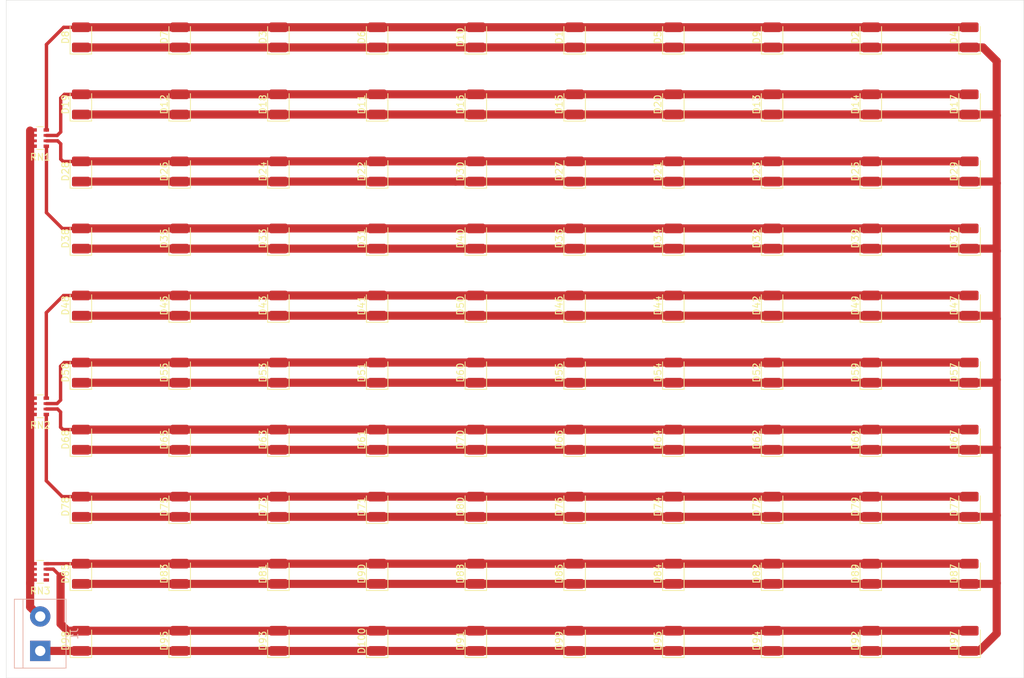
<source format=kicad_pcb>
(kicad_pcb (version 20171130) (host pcbnew "(5.1.2-1)-1")
  (layers (0 F.Cu signal) (31 B.Cu signal) (34 B.Paste user) (35 F.Paste user) (36 B.SilkS user) (37 F.SilkS user) (38 B.Mask user) (39 F.Mask user) (44 Edge.Cuts user))
  (net 0 "")
  (net 1 "Net-(D1-Pad2)")
  (net 2 GND)
  (net 3 "Net-(D11-Pad2)")
  (net 4 "Net-(D21-Pad2)")
  (net 5 "Net-(D31-Pad2)")
  (net 6 "Net-(D41-Pad2)")
  (net 7 "Net-(D51-Pad2)")
  (net 8 "Net-(D61-Pad2)")
  (net 9 "Net-(D71-Pad2)")
  (net 10 "Net-(D81-Pad2)")
  (net 11 "Net-(D100-Pad2)")
  (net 12 VCC)
  (net 13 "Net-(RN3-Pad2)")
  (net 14 "Net-(RN3-Pad1)")
  (module Resistor_SMD:R_Array_Convex_4x0603 (layer F.Cu) (at 95 134.333328 180)
    (fp_text reference RN3 (at 0 -2.8) (layer F.SilkS))
    (fp_text value 100R)
    (pad 5 smd rect (at 0.9 1.2 180) (size 0.8 0.5) (layers F.Cu F.Paste F.Mask) (net 12 VCC))
    (pad 6 smd rect (at 0.9 0.4 180) (size 0.8 0.4) (layers F.Cu F.Paste F.Mask) (net 12 VCC))
    (pad 8 smd rect (at 0.9 -1.2 180) (size 0.8 0.5) (layers F.Cu F.Paste F.Mask) (net 12 VCC))
    (pad 7 smd rect (at 0.9 -0.4 180) (size 0.8 0.4) (layers F.Cu F.Paste F.Mask) (net 12 VCC))
    (pad 4 smd rect (at -0.9 1.2 180) (size 0.8 0.5) (layers F.Cu F.Paste F.Mask) (net 10 "Net-(D81-Pad2)"))
    (pad 2 smd rect (at -0.9 -0.4 180) (size 0.8 0.4) (layers F.Cu F.Paste F.Mask) (net 13 "Net-(RN3-Pad2)"))
    (pad 3 smd rect (at -0.9 0.4 180) (size 0.8 0.4) (layers F.Cu F.Paste F.Mask) (net 11 "Net-(D100-Pad2)"))
    (pad 1 smd rect (at -0.9 -1.2 180) (size 0.8 0.5) (layers F.Cu F.Paste F.Mask) (net 14 "Net-(RN3-Pad1)"))
  )
  (module Resistor_SMD:R_Array_Convex_4x0603 (layer F.Cu) (at 95 109.914163 180)
    (fp_text reference RN2 (at 0 -2.8) (layer F.SilkS))
    (fp_text value 100R)
    (pad 5 smd rect (at 0.9 1.2 180) (size 0.8 0.5) (layers F.Cu F.Paste F.Mask) (net 12 VCC))
    (pad 6 smd rect (at 0.9 0.4 180) (size 0.8 0.4) (layers F.Cu F.Paste F.Mask) (net 12 VCC))
    (pad 8 smd rect (at 0.9 -1.2 180) (size 0.8 0.5) (layers F.Cu F.Paste F.Mask) (net 12 VCC))
    (pad 7 smd rect (at 0.9 -0.4 180) (size 0.8 0.4) (layers F.Cu F.Paste F.Mask) (net 12 VCC))
    (pad 4 smd rect (at -0.9 1.2 180) (size 0.8 0.5) (layers F.Cu F.Paste F.Mask) (net 6 "Net-(D41-Pad2)"))
    (pad 2 smd rect (at -0.9 -0.4 180) (size 0.8 0.4) (layers F.Cu F.Paste F.Mask) (net 8 "Net-(D61-Pad2)"))
    (pad 3 smd rect (at -0.9 0.4 180) (size 0.8 0.4) (layers F.Cu F.Paste F.Mask) (net 7 "Net-(D51-Pad2)"))
    (pad 1 smd rect (at -0.9 -1.2 180) (size 0.8 0.5) (layers F.Cu F.Paste F.Mask) (net 9 "Net-(D71-Pad2)"))
  )
  (module Resistor_SMD:R_Array_Convex_4x0603 (layer F.Cu) (at 95 70.347499 180)
    (fp_text reference RN1 (at 0 -2.8) (layer F.SilkS))
    (fp_text value 100R)
    (pad 5 smd rect (at 0.9 1.2 180) (size 0.8 0.5) (layers F.Cu F.Paste F.Mask) (net 12 VCC))
    (pad 6 smd rect (at 0.9 0.4 180) (size 0.8 0.4) (layers F.Cu F.Paste F.Mask) (net 12 VCC))
    (pad 8 smd rect (at 0.9 -1.2 180) (size 0.8 0.5) (layers F.Cu F.Paste F.Mask) (net 12 VCC))
    (pad 7 smd rect (at 0.9 -0.4 180) (size 0.8 0.4) (layers F.Cu F.Paste F.Mask) (net 12 VCC))
    (pad 4 smd rect (at -0.9 1.2 180) (size 0.8 0.5) (layers F.Cu F.Paste F.Mask) (net 1 "Net-(D1-Pad2)"))
    (pad 2 smd rect (at -0.9 -0.4 180) (size 0.8 0.4) (layers F.Cu F.Paste F.Mask) (net 4 "Net-(D21-Pad2)"))
    (pad 3 smd rect (at -0.9 0.4 180) (size 0.8 0.4) (layers F.Cu F.Paste F.Mask) (net 3 "Net-(D11-Pad2)"))
    (pad 1 smd rect (at -0.9 -1.2 180) (size 0.8 0.5) (layers F.Cu F.Paste F.Mask) (net 5 "Net-(D31-Pad2)"))
  )
  (module TerminalBlock:TerminalBlock_bornier-2_P5.08mm (layer B.Cu) (at 95 146 90)
    (fp_text reference J1 (at 2.54 5.08 270) (layer B.SilkS) (effects (justify mirror)))
    (fp_text value PWR)
    (pad 2 thru_hole circle (at 5.08 0 90) (size 3 3) (drill 1.52) (layers *.Cu *.Mask) (net 12 VCC))
    (pad 1 thru_hole rect (at 0 0 90) (size 3 3) (drill 1.52) (layers *.Cu *.Mask) (net 2 GND))
  )
  (module LED_SMD:LED_1210_3225Metric_Pad1.42x2.65mm_HandSolder (layer F.Cu) (at 144.666665 144.5125 90)
    (fp_text reference D100 (at 0 -2.28 90) (layer F.SilkS))
    (fp_text value LED)
    (pad 2 smd roundrect (at 1.4875 0 90) (size 1.425 2.65) (layers F.Cu F.Paste F.Mask) (roundrect_rratio 0.175439) (net 11 "Net-(D100-Pad2)"))
    (pad 1 smd roundrect (at -1.4875 0 90) (size 1.425 2.65) (layers F.Cu F.Paste F.Mask) (roundrect_rratio 0.175439) (net 2 GND))
  )
  (module LED_SMD:LED_1210_3225Metric_Pad1.42x2.65mm_HandSolder (layer F.Cu) (at 173.777775 144.5125 90)
    (fp_text reference D99 (at 0 -2.28 90) (layer F.SilkS))
    (fp_text value LED)
    (pad 2 smd roundrect (at 1.4875 0 90) (size 1.425 2.65) (layers F.Cu F.Paste F.Mask) (roundrect_rratio 0.175439) (net 11 "Net-(D100-Pad2)"))
    (pad 1 smd roundrect (at -1.4875 0 90) (size 1.425 2.65) (layers F.Cu F.Paste F.Mask) (roundrect_rratio 0.175439) (net 2 GND))
  )
  (module LED_SMD:LED_1210_3225Metric_Pad1.42x2.65mm_HandSolder (layer F.Cu) (at 101 144.5125 90)
    (fp_text reference D98 (at 0 -2.28 90) (layer F.SilkS))
    (fp_text value LED)
    (pad 2 smd roundrect (at 1.4875 0 90) (size 1.425 2.65) (layers F.Cu F.Paste F.Mask) (roundrect_rratio 0.175439) (net 11 "Net-(D100-Pad2)"))
    (pad 1 smd roundrect (at -1.4875 0 90) (size 1.425 2.65) (layers F.Cu F.Paste F.Mask) (roundrect_rratio 0.175439) (net 2 GND))
  )
  (module LED_SMD:LED_1210_3225Metric_Pad1.42x2.65mm_HandSolder (layer F.Cu) (at 232 144.5125 90)
    (fp_text reference D97 (at 0 -2.28 90) (layer F.SilkS))
    (fp_text value LED)
    (pad 2 smd roundrect (at 1.4875 0 90) (size 1.425 2.65) (layers F.Cu F.Paste F.Mask) (roundrect_rratio 0.175439) (net 11 "Net-(D100-Pad2)"))
    (pad 1 smd roundrect (at -1.4875 0 90) (size 1.425 2.65) (layers F.Cu F.Paste F.Mask) (roundrect_rratio 0.175439) (net 2 GND))
  )
  (module LED_SMD:LED_1210_3225Metric_Pad1.42x2.65mm_HandSolder (layer F.Cu) (at 188.33333 144.5125 90)
    (fp_text reference D96 (at 0 -2.28 90) (layer F.SilkS))
    (fp_text value LED)
    (pad 2 smd roundrect (at 1.4875 0 90) (size 1.425 2.65) (layers F.Cu F.Paste F.Mask) (roundrect_rratio 0.175439) (net 11 "Net-(D100-Pad2)"))
    (pad 1 smd roundrect (at -1.4875 0 90) (size 1.425 2.65) (layers F.Cu F.Paste F.Mask) (roundrect_rratio 0.175439) (net 2 GND))
  )
  (module LED_SMD:LED_1210_3225Metric_Pad1.42x2.65mm_HandSolder (layer F.Cu) (at 115.555555 144.5125 90)
    (fp_text reference D95 (at 0 -2.28 90) (layer F.SilkS))
    (fp_text value LED)
    (pad 2 smd roundrect (at 1.4875 0 90) (size 1.425 2.65) (layers F.Cu F.Paste F.Mask) (roundrect_rratio 0.175439) (net 11 "Net-(D100-Pad2)"))
    (pad 1 smd roundrect (at -1.4875 0 90) (size 1.425 2.65) (layers F.Cu F.Paste F.Mask) (roundrect_rratio 0.175439) (net 2 GND))
  )
  (module LED_SMD:LED_1210_3225Metric_Pad1.42x2.65mm_HandSolder (layer F.Cu) (at 202.888885 144.5125 90)
    (fp_text reference D94 (at 0 -2.28 90) (layer F.SilkS))
    (fp_text value LED)
    (pad 2 smd roundrect (at 1.4875 0 90) (size 1.425 2.65) (layers F.Cu F.Paste F.Mask) (roundrect_rratio 0.175439) (net 11 "Net-(D100-Pad2)"))
    (pad 1 smd roundrect (at -1.4875 0 90) (size 1.425 2.65) (layers F.Cu F.Paste F.Mask) (roundrect_rratio 0.175439) (net 2 GND))
  )
  (module LED_SMD:LED_1210_3225Metric_Pad1.42x2.65mm_HandSolder (layer F.Cu) (at 130.11111 144.5125 90)
    (fp_text reference D93 (at 0 -2.28 90) (layer F.SilkS))
    (fp_text value LED)
    (pad 2 smd roundrect (at 1.4875 0 90) (size 1.425 2.65) (layers F.Cu F.Paste F.Mask) (roundrect_rratio 0.175439) (net 11 "Net-(D100-Pad2)"))
    (pad 1 smd roundrect (at -1.4875 0 90) (size 1.425 2.65) (layers F.Cu F.Paste F.Mask) (roundrect_rratio 0.175439) (net 2 GND))
  )
  (module LED_SMD:LED_1210_3225Metric_Pad1.42x2.65mm_HandSolder (layer F.Cu) (at 217.44444 144.5125 90)
    (fp_text reference D92 (at 0 -2.28 90) (layer F.SilkS))
    (fp_text value LED)
    (pad 2 smd roundrect (at 1.4875 0 90) (size 1.425 2.65) (layers F.Cu F.Paste F.Mask) (roundrect_rratio 0.175439) (net 11 "Net-(D100-Pad2)"))
    (pad 1 smd roundrect (at -1.4875 0 90) (size 1.425 2.65) (layers F.Cu F.Paste F.Mask) (roundrect_rratio 0.175439) (net 2 GND))
  )
  (module LED_SMD:LED_1210_3225Metric_Pad1.42x2.65mm_HandSolder (layer F.Cu) (at 159.22222 144.5125 90)
    (fp_text reference D91 (at 0 -2.28 90) (layer F.SilkS))
    (fp_text value LED)
    (pad 2 smd roundrect (at 1.4875 0 90) (size 1.425 2.65) (layers F.Cu F.Paste F.Mask) (roundrect_rratio 0.175439) (net 11 "Net-(D100-Pad2)"))
    (pad 1 smd roundrect (at -1.4875 0 90) (size 1.425 2.65) (layers F.Cu F.Paste F.Mask) (roundrect_rratio 0.175439) (net 2 GND))
  )
  (module LED_SMD:LED_1210_3225Metric_Pad1.42x2.65mm_HandSolder (layer F.Cu) (at 144.666665 134.620828 90)
    (fp_text reference D90 (at 0 -2.28 90) (layer F.SilkS))
    (fp_text value LED)
    (pad 2 smd roundrect (at 1.4875 0 90) (size 1.425 2.65) (layers F.Cu F.Paste F.Mask) (roundrect_rratio 0.175439) (net 10 "Net-(D81-Pad2)"))
    (pad 1 smd roundrect (at -1.4875 0 90) (size 1.425 2.65) (layers F.Cu F.Paste F.Mask) (roundrect_rratio 0.175439) (net 2 GND))
  )
  (module LED_SMD:LED_1210_3225Metric_Pad1.42x2.65mm_HandSolder (layer F.Cu) (at 217.44444 134.620828 90)
    (fp_text reference D89 (at 0 -2.28 90) (layer F.SilkS))
    (fp_text value LED)
    (pad 2 smd roundrect (at 1.4875 0 90) (size 1.425 2.65) (layers F.Cu F.Paste F.Mask) (roundrect_rratio 0.175439) (net 10 "Net-(D81-Pad2)"))
    (pad 1 smd roundrect (at -1.4875 0 90) (size 1.425 2.65) (layers F.Cu F.Paste F.Mask) (roundrect_rratio 0.175439) (net 2 GND))
  )
  (module LED_SMD:LED_1210_3225Metric_Pad1.42x2.65mm_HandSolder (layer F.Cu) (at 159.22222 134.620828 90)
    (fp_text reference D88 (at 0 -2.28 90) (layer F.SilkS))
    (fp_text value LED)
    (pad 2 smd roundrect (at 1.4875 0 90) (size 1.425 2.65) (layers F.Cu F.Paste F.Mask) (roundrect_rratio 0.175439) (net 10 "Net-(D81-Pad2)"))
    (pad 1 smd roundrect (at -1.4875 0 90) (size 1.425 2.65) (layers F.Cu F.Paste F.Mask) (roundrect_rratio 0.175439) (net 2 GND))
  )
  (module LED_SMD:LED_1210_3225Metric_Pad1.42x2.65mm_HandSolder (layer F.Cu) (at 232 134.620828 90)
    (fp_text reference D87 (at 0 -2.28 90) (layer F.SilkS))
    (fp_text value LED)
    (pad 2 smd roundrect (at 1.4875 0 90) (size 1.425 2.65) (layers F.Cu F.Paste F.Mask) (roundrect_rratio 0.175439) (net 10 "Net-(D81-Pad2)"))
    (pad 1 smd roundrect (at -1.4875 0 90) (size 1.425 2.65) (layers F.Cu F.Paste F.Mask) (roundrect_rratio 0.175439) (net 2 GND))
  )
  (module LED_SMD:LED_1210_3225Metric_Pad1.42x2.65mm_HandSolder (layer F.Cu) (at 173.777775 134.620828 90)
    (fp_text reference D86 (at 0 -2.28 90) (layer F.SilkS))
    (fp_text value LED)
    (pad 2 smd roundrect (at 1.4875 0 90) (size 1.425 2.65) (layers F.Cu F.Paste F.Mask) (roundrect_rratio 0.175439) (net 10 "Net-(D81-Pad2)"))
    (pad 1 smd roundrect (at -1.4875 0 90) (size 1.425 2.65) (layers F.Cu F.Paste F.Mask) (roundrect_rratio 0.175439) (net 2 GND))
  )
  (module LED_SMD:LED_1210_3225Metric_Pad1.42x2.65mm_HandSolder (layer F.Cu) (at 101 134.620828 90)
    (fp_text reference D85 (at 0 -2.28 90) (layer F.SilkS))
    (fp_text value LED)
    (pad 2 smd roundrect (at 1.4875 0 90) (size 1.425 2.65) (layers F.Cu F.Paste F.Mask) (roundrect_rratio 0.175439) (net 10 "Net-(D81-Pad2)"))
    (pad 1 smd roundrect (at -1.4875 0 90) (size 1.425 2.65) (layers F.Cu F.Paste F.Mask) (roundrect_rratio 0.175439) (net 2 GND))
  )
  (module LED_SMD:LED_1210_3225Metric_Pad1.42x2.65mm_HandSolder (layer F.Cu) (at 188.33333 134.620828 90)
    (fp_text reference D84 (at 0 -2.28 90) (layer F.SilkS))
    (fp_text value LED)
    (pad 2 smd roundrect (at 1.4875 0 90) (size 1.425 2.65) (layers F.Cu F.Paste F.Mask) (roundrect_rratio 0.175439) (net 10 "Net-(D81-Pad2)"))
    (pad 1 smd roundrect (at -1.4875 0 90) (size 1.425 2.65) (layers F.Cu F.Paste F.Mask) (roundrect_rratio 0.175439) (net 2 GND))
  )
  (module LED_SMD:LED_1210_3225Metric_Pad1.42x2.65mm_HandSolder (layer F.Cu) (at 115.555555 134.620828 90)
    (fp_text reference D83 (at 0 -2.28 90) (layer F.SilkS))
    (fp_text value LED)
    (pad 2 smd roundrect (at 1.4875 0 90) (size 1.425 2.65) (layers F.Cu F.Paste F.Mask) (roundrect_rratio 0.175439) (net 10 "Net-(D81-Pad2)"))
    (pad 1 smd roundrect (at -1.4875 0 90) (size 1.425 2.65) (layers F.Cu F.Paste F.Mask) (roundrect_rratio 0.175439) (net 2 GND))
  )
  (module LED_SMD:LED_1210_3225Metric_Pad1.42x2.65mm_HandSolder (layer F.Cu) (at 202.888885 134.620828 90)
    (fp_text reference D82 (at 0 -2.28 90) (layer F.SilkS))
    (fp_text value LED)
    (pad 2 smd roundrect (at 1.4875 0 90) (size 1.425 2.65) (layers F.Cu F.Paste F.Mask) (roundrect_rratio 0.175439) (net 10 "Net-(D81-Pad2)"))
    (pad 1 smd roundrect (at -1.4875 0 90) (size 1.425 2.65) (layers F.Cu F.Paste F.Mask) (roundrect_rratio 0.175439) (net 2 GND))
  )
  (module LED_SMD:LED_1210_3225Metric_Pad1.42x2.65mm_HandSolder (layer F.Cu) (at 130.11111 134.620828 90)
    (fp_text reference D81 (at 0 -2.28 90) (layer F.SilkS))
    (fp_text value LED)
    (pad 2 smd roundrect (at 1.4875 0 90) (size 1.425 2.65) (layers F.Cu F.Paste F.Mask) (roundrect_rratio 0.175439) (net 10 "Net-(D81-Pad2)"))
    (pad 1 smd roundrect (at -1.4875 0 90) (size 1.425 2.65) (layers F.Cu F.Paste F.Mask) (roundrect_rratio 0.175439) (net 2 GND))
  )
  (module LED_SMD:LED_1210_3225Metric_Pad1.42x2.65mm_HandSolder (layer F.Cu) (at 159.22222 124.729162 90)
    (fp_text reference D80 (at 0 -2.28 90) (layer F.SilkS))
    (fp_text value LED)
    (pad 2 smd roundrect (at 1.4875 0 90) (size 1.425 2.65) (layers F.Cu F.Paste F.Mask) (roundrect_rratio 0.175439) (net 9 "Net-(D71-Pad2)"))
    (pad 1 smd roundrect (at -1.4875 0 90) (size 1.425 2.65) (layers F.Cu F.Paste F.Mask) (roundrect_rratio 0.175439) (net 2 GND))
  )
  (module LED_SMD:LED_1210_3225Metric_Pad1.42x2.65mm_HandSolder (layer F.Cu) (at 217.44444 124.729162 90)
    (fp_text reference D79 (at 0 -2.28 90) (layer F.SilkS))
    (fp_text value LED)
    (pad 2 smd roundrect (at 1.4875 0 90) (size 1.425 2.65) (layers F.Cu F.Paste F.Mask) (roundrect_rratio 0.175439) (net 9 "Net-(D71-Pad2)"))
    (pad 1 smd roundrect (at -1.4875 0 90) (size 1.425 2.65) (layers F.Cu F.Paste F.Mask) (roundrect_rratio 0.175439) (net 2 GND))
  )
  (module LED_SMD:LED_1210_3225Metric_Pad1.42x2.65mm_HandSolder (layer F.Cu) (at 101 124.729162 90)
    (fp_text reference D78 (at 0 -2.28 90) (layer F.SilkS))
    (fp_text value LED)
    (pad 2 smd roundrect (at 1.4875 0 90) (size 1.425 2.65) (layers F.Cu F.Paste F.Mask) (roundrect_rratio 0.175439) (net 9 "Net-(D71-Pad2)"))
    (pad 1 smd roundrect (at -1.4875 0 90) (size 1.425 2.65) (layers F.Cu F.Paste F.Mask) (roundrect_rratio 0.175439) (net 2 GND))
  )
  (module LED_SMD:LED_1210_3225Metric_Pad1.42x2.65mm_HandSolder (layer F.Cu) (at 232 124.729162 90)
    (fp_text reference D77 (at 0 -2.28 90) (layer F.SilkS))
    (fp_text value LED)
    (pad 2 smd roundrect (at 1.4875 0 90) (size 1.425 2.65) (layers F.Cu F.Paste F.Mask) (roundrect_rratio 0.175439) (net 9 "Net-(D71-Pad2)"))
    (pad 1 smd roundrect (at -1.4875 0 90) (size 1.425 2.65) (layers F.Cu F.Paste F.Mask) (roundrect_rratio 0.175439) (net 2 GND))
  )
  (module LED_SMD:LED_1210_3225Metric_Pad1.42x2.65mm_HandSolder (layer F.Cu) (at 173.777775 124.729162 90)
    (fp_text reference D76 (at 0 -2.28 90) (layer F.SilkS))
    (fp_text value LED)
    (pad 2 smd roundrect (at 1.4875 0 90) (size 1.425 2.65) (layers F.Cu F.Paste F.Mask) (roundrect_rratio 0.175439) (net 9 "Net-(D71-Pad2)"))
    (pad 1 smd roundrect (at -1.4875 0 90) (size 1.425 2.65) (layers F.Cu F.Paste F.Mask) (roundrect_rratio 0.175439) (net 2 GND))
  )
  (module LED_SMD:LED_1210_3225Metric_Pad1.42x2.65mm_HandSolder (layer F.Cu) (at 115.555555 124.729162 90)
    (fp_text reference D75 (at 0 -2.28 90) (layer F.SilkS))
    (fp_text value LED)
    (pad 2 smd roundrect (at 1.4875 0 90) (size 1.425 2.65) (layers F.Cu F.Paste F.Mask) (roundrect_rratio 0.175439) (net 9 "Net-(D71-Pad2)"))
    (pad 1 smd roundrect (at -1.4875 0 90) (size 1.425 2.65) (layers F.Cu F.Paste F.Mask) (roundrect_rratio 0.175439) (net 2 GND))
  )
  (module LED_SMD:LED_1210_3225Metric_Pad1.42x2.65mm_HandSolder (layer F.Cu) (at 188.33333 124.729162 90)
    (fp_text reference D74 (at 0 -2.28 90) (layer F.SilkS))
    (fp_text value LED)
    (pad 2 smd roundrect (at 1.4875 0 90) (size 1.425 2.65) (layers F.Cu F.Paste F.Mask) (roundrect_rratio 0.175439) (net 9 "Net-(D71-Pad2)"))
    (pad 1 smd roundrect (at -1.4875 0 90) (size 1.425 2.65) (layers F.Cu F.Paste F.Mask) (roundrect_rratio 0.175439) (net 2 GND))
  )
  (module LED_SMD:LED_1210_3225Metric_Pad1.42x2.65mm_HandSolder (layer F.Cu) (at 130.11111 124.729162 90)
    (fp_text reference D73 (at 0 -2.28 90) (layer F.SilkS))
    (fp_text value LED)
    (pad 2 smd roundrect (at 1.4875 0 90) (size 1.425 2.65) (layers F.Cu F.Paste F.Mask) (roundrect_rratio 0.175439) (net 9 "Net-(D71-Pad2)"))
    (pad 1 smd roundrect (at -1.4875 0 90) (size 1.425 2.65) (layers F.Cu F.Paste F.Mask) (roundrect_rratio 0.175439) (net 2 GND))
  )
  (module LED_SMD:LED_1210_3225Metric_Pad1.42x2.65mm_HandSolder (layer F.Cu) (at 202.888885 124.729162 90)
    (fp_text reference D72 (at 0 -2.28 90) (layer F.SilkS))
    (fp_text value LED)
    (pad 2 smd roundrect (at 1.4875 0 90) (size 1.425 2.65) (layers F.Cu F.Paste F.Mask) (roundrect_rratio 0.175439) (net 9 "Net-(D71-Pad2)"))
    (pad 1 smd roundrect (at -1.4875 0 90) (size 1.425 2.65) (layers F.Cu F.Paste F.Mask) (roundrect_rratio 0.175439) (net 2 GND))
  )
  (module LED_SMD:LED_1210_3225Metric_Pad1.42x2.65mm_HandSolder (layer F.Cu) (at 144.666665 124.729162 90)
    (fp_text reference D71 (at 0 -2.28 90) (layer F.SilkS))
    (fp_text value LED)
    (pad 2 smd roundrect (at 1.4875 0 90) (size 1.425 2.65) (layers F.Cu F.Paste F.Mask) (roundrect_rratio 0.175439) (net 9 "Net-(D71-Pad2)"))
    (pad 1 smd roundrect (at -1.4875 0 90) (size 1.425 2.65) (layers F.Cu F.Paste F.Mask) (roundrect_rratio 0.175439) (net 2 GND))
  )
  (module LED_SMD:LED_1210_3225Metric_Pad1.42x2.65mm_HandSolder (layer F.Cu) (at 159.22222 114.837496 90)
    (fp_text reference D70 (at 0 -2.28 90) (layer F.SilkS))
    (fp_text value LED)
    (pad 2 smd roundrect (at 1.4875 0 90) (size 1.425 2.65) (layers F.Cu F.Paste F.Mask) (roundrect_rratio 0.175439) (net 8 "Net-(D61-Pad2)"))
    (pad 1 smd roundrect (at -1.4875 0 90) (size 1.425 2.65) (layers F.Cu F.Paste F.Mask) (roundrect_rratio 0.175439) (net 2 GND))
  )
  (module LED_SMD:LED_1210_3225Metric_Pad1.42x2.65mm_HandSolder (layer F.Cu) (at 217.44444 114.837496 90)
    (fp_text reference D69 (at 0 -2.28 90) (layer F.SilkS))
    (fp_text value LED)
    (pad 2 smd roundrect (at 1.4875 0 90) (size 1.425 2.65) (layers F.Cu F.Paste F.Mask) (roundrect_rratio 0.175439) (net 8 "Net-(D61-Pad2)"))
    (pad 1 smd roundrect (at -1.4875 0 90) (size 1.425 2.65) (layers F.Cu F.Paste F.Mask) (roundrect_rratio 0.175439) (net 2 GND))
  )
  (module LED_SMD:LED_1210_3225Metric_Pad1.42x2.65mm_HandSolder (layer F.Cu) (at 101 114.837496 90)
    (fp_text reference D68 (at 0 -2.28 90) (layer F.SilkS))
    (fp_text value LED)
    (pad 2 smd roundrect (at 1.4875 0 90) (size 1.425 2.65) (layers F.Cu F.Paste F.Mask) (roundrect_rratio 0.175439) (net 8 "Net-(D61-Pad2)"))
    (pad 1 smd roundrect (at -1.4875 0 90) (size 1.425 2.65) (layers F.Cu F.Paste F.Mask) (roundrect_rratio 0.175439) (net 2 GND))
  )
  (module LED_SMD:LED_1210_3225Metric_Pad1.42x2.65mm_HandSolder (layer F.Cu) (at 232 114.837496 90)
    (fp_text reference D67 (at 0 -2.28 90) (layer F.SilkS))
    (fp_text value LED)
    (pad 2 smd roundrect (at 1.4875 0 90) (size 1.425 2.65) (layers F.Cu F.Paste F.Mask) (roundrect_rratio 0.175439) (net 8 "Net-(D61-Pad2)"))
    (pad 1 smd roundrect (at -1.4875 0 90) (size 1.425 2.65) (layers F.Cu F.Paste F.Mask) (roundrect_rratio 0.175439) (net 2 GND))
  )
  (module LED_SMD:LED_1210_3225Metric_Pad1.42x2.65mm_HandSolder (layer F.Cu) (at 173.777775 114.837496 90)
    (fp_text reference D66 (at 0 -2.28 90) (layer F.SilkS))
    (fp_text value LED)
    (pad 2 smd roundrect (at 1.4875 0 90) (size 1.425 2.65) (layers F.Cu F.Paste F.Mask) (roundrect_rratio 0.175439) (net 8 "Net-(D61-Pad2)"))
    (pad 1 smd roundrect (at -1.4875 0 90) (size 1.425 2.65) (layers F.Cu F.Paste F.Mask) (roundrect_rratio 0.175439) (net 2 GND))
  )
  (module LED_SMD:LED_1210_3225Metric_Pad1.42x2.65mm_HandSolder (layer F.Cu) (at 115.555555 114.837496 90)
    (fp_text reference D65 (at 0 -2.28 90) (layer F.SilkS))
    (fp_text value LED)
    (pad 2 smd roundrect (at 1.4875 0 90) (size 1.425 2.65) (layers F.Cu F.Paste F.Mask) (roundrect_rratio 0.175439) (net 8 "Net-(D61-Pad2)"))
    (pad 1 smd roundrect (at -1.4875 0 90) (size 1.425 2.65) (layers F.Cu F.Paste F.Mask) (roundrect_rratio 0.175439) (net 2 GND))
  )
  (module LED_SMD:LED_1210_3225Metric_Pad1.42x2.65mm_HandSolder (layer F.Cu) (at 188.33333 114.837496 90)
    (fp_text reference D64 (at 0 -2.28 90) (layer F.SilkS))
    (fp_text value LED)
    (pad 2 smd roundrect (at 1.4875 0 90) (size 1.425 2.65) (layers F.Cu F.Paste F.Mask) (roundrect_rratio 0.175439) (net 8 "Net-(D61-Pad2)"))
    (pad 1 smd roundrect (at -1.4875 0 90) (size 1.425 2.65) (layers F.Cu F.Paste F.Mask) (roundrect_rratio 0.175439) (net 2 GND))
  )
  (module LED_SMD:LED_1210_3225Metric_Pad1.42x2.65mm_HandSolder (layer F.Cu) (at 130.11111 114.837496 90)
    (fp_text reference D63 (at 0 -2.28 90) (layer F.SilkS))
    (fp_text value LED)
    (pad 2 smd roundrect (at 1.4875 0 90) (size 1.425 2.65) (layers F.Cu F.Paste F.Mask) (roundrect_rratio 0.175439) (net 8 "Net-(D61-Pad2)"))
    (pad 1 smd roundrect (at -1.4875 0 90) (size 1.425 2.65) (layers F.Cu F.Paste F.Mask) (roundrect_rratio 0.175439) (net 2 GND))
  )
  (module LED_SMD:LED_1210_3225Metric_Pad1.42x2.65mm_HandSolder (layer F.Cu) (at 202.888885 114.837496 90)
    (fp_text reference D62 (at 0 -2.28 90) (layer F.SilkS))
    (fp_text value LED)
    (pad 2 smd roundrect (at 1.4875 0 90) (size 1.425 2.65) (layers F.Cu F.Paste F.Mask) (roundrect_rratio 0.175439) (net 8 "Net-(D61-Pad2)"))
    (pad 1 smd roundrect (at -1.4875 0 90) (size 1.425 2.65) (layers F.Cu F.Paste F.Mask) (roundrect_rratio 0.175439) (net 2 GND))
  )
  (module LED_SMD:LED_1210_3225Metric_Pad1.42x2.65mm_HandSolder (layer F.Cu) (at 144.666665 114.837496 90)
    (fp_text reference D61 (at 0 -2.28 90) (layer F.SilkS))
    (fp_text value LED)
    (pad 2 smd roundrect (at 1.4875 0 90) (size 1.425 2.65) (layers F.Cu F.Paste F.Mask) (roundrect_rratio 0.175439) (net 8 "Net-(D61-Pad2)"))
    (pad 1 smd roundrect (at -1.4875 0 90) (size 1.425 2.65) (layers F.Cu F.Paste F.Mask) (roundrect_rratio 0.175439) (net 2 GND))
  )
  (module LED_SMD:LED_1210_3225Metric_Pad1.42x2.65mm_HandSolder (layer F.Cu) (at 159.22222 104.94583 90)
    (fp_text reference D60 (at 0 -2.28 90) (layer F.SilkS))
    (fp_text value LED)
    (pad 2 smd roundrect (at 1.4875 0 90) (size 1.425 2.65) (layers F.Cu F.Paste F.Mask) (roundrect_rratio 0.175439) (net 7 "Net-(D51-Pad2)"))
    (pad 1 smd roundrect (at -1.4875 0 90) (size 1.425 2.65) (layers F.Cu F.Paste F.Mask) (roundrect_rratio 0.175439) (net 2 GND))
  )
  (module LED_SMD:LED_1210_3225Metric_Pad1.42x2.65mm_HandSolder (layer F.Cu) (at 217.44444 104.94583 90)
    (fp_text reference D59 (at 0 -2.28 90) (layer F.SilkS))
    (fp_text value LED)
    (pad 2 smd roundrect (at 1.4875 0 90) (size 1.425 2.65) (layers F.Cu F.Paste F.Mask) (roundrect_rratio 0.175439) (net 7 "Net-(D51-Pad2)"))
    (pad 1 smd roundrect (at -1.4875 0 90) (size 1.425 2.65) (layers F.Cu F.Paste F.Mask) (roundrect_rratio 0.175439) (net 2 GND))
  )
  (module LED_SMD:LED_1210_3225Metric_Pad1.42x2.65mm_HandSolder (layer F.Cu) (at 101 104.94583 90)
    (fp_text reference D58 (at 0 -2.28 90) (layer F.SilkS))
    (fp_text value LED)
    (pad 2 smd roundrect (at 1.4875 0 90) (size 1.425 2.65) (layers F.Cu F.Paste F.Mask) (roundrect_rratio 0.175439) (net 7 "Net-(D51-Pad2)"))
    (pad 1 smd roundrect (at -1.4875 0 90) (size 1.425 2.65) (layers F.Cu F.Paste F.Mask) (roundrect_rratio 0.175439) (net 2 GND))
  )
  (module LED_SMD:LED_1210_3225Metric_Pad1.42x2.65mm_HandSolder (layer F.Cu) (at 232 104.94583 90)
    (fp_text reference D57 (at 0 -2.28 90) (layer F.SilkS))
    (fp_text value LED)
    (pad 2 smd roundrect (at 1.4875 0 90) (size 1.425 2.65) (layers F.Cu F.Paste F.Mask) (roundrect_rratio 0.175439) (net 7 "Net-(D51-Pad2)"))
    (pad 1 smd roundrect (at -1.4875 0 90) (size 1.425 2.65) (layers F.Cu F.Paste F.Mask) (roundrect_rratio 0.175439) (net 2 GND))
  )
  (module LED_SMD:LED_1210_3225Metric_Pad1.42x2.65mm_HandSolder (layer F.Cu) (at 173.777775 104.94583 90)
    (fp_text reference D56 (at 0 -2.28 90) (layer F.SilkS))
    (fp_text value LED)
    (pad 2 smd roundrect (at 1.4875 0 90) (size 1.425 2.65) (layers F.Cu F.Paste F.Mask) (roundrect_rratio 0.175439) (net 7 "Net-(D51-Pad2)"))
    (pad 1 smd roundrect (at -1.4875 0 90) (size 1.425 2.65) (layers F.Cu F.Paste F.Mask) (roundrect_rratio 0.175439) (net 2 GND))
  )
  (module LED_SMD:LED_1210_3225Metric_Pad1.42x2.65mm_HandSolder (layer F.Cu) (at 115.555555 104.94583 90)
    (fp_text reference D55 (at 0 -2.28 90) (layer F.SilkS))
    (fp_text value LED)
    (pad 2 smd roundrect (at 1.4875 0 90) (size 1.425 2.65) (layers F.Cu F.Paste F.Mask) (roundrect_rratio 0.175439) (net 7 "Net-(D51-Pad2)"))
    (pad 1 smd roundrect (at -1.4875 0 90) (size 1.425 2.65) (layers F.Cu F.Paste F.Mask) (roundrect_rratio 0.175439) (net 2 GND))
  )
  (module LED_SMD:LED_1210_3225Metric_Pad1.42x2.65mm_HandSolder (layer F.Cu) (at 188.33333 104.94583 90)
    (fp_text reference D54 (at 0 -2.28 90) (layer F.SilkS))
    (fp_text value LED)
    (pad 2 smd roundrect (at 1.4875 0 90) (size 1.425 2.65) (layers F.Cu F.Paste F.Mask) (roundrect_rratio 0.175439) (net 7 "Net-(D51-Pad2)"))
    (pad 1 smd roundrect (at -1.4875 0 90) (size 1.425 2.65) (layers F.Cu F.Paste F.Mask) (roundrect_rratio 0.175439) (net 2 GND))
  )
  (module LED_SMD:LED_1210_3225Metric_Pad1.42x2.65mm_HandSolder (layer F.Cu) (at 130.11111 104.94583 90)
    (fp_text reference D53 (at 0 -2.28 90) (layer F.SilkS))
    (fp_text value LED)
    (pad 2 smd roundrect (at 1.4875 0 90) (size 1.425 2.65) (layers F.Cu F.Paste F.Mask) (roundrect_rratio 0.175439) (net 7 "Net-(D51-Pad2)"))
    (pad 1 smd roundrect (at -1.4875 0 90) (size 1.425 2.65) (layers F.Cu F.Paste F.Mask) (roundrect_rratio 0.175439) (net 2 GND))
  )
  (module LED_SMD:LED_1210_3225Metric_Pad1.42x2.65mm_HandSolder (layer F.Cu) (at 202.888885 104.94583 90)
    (fp_text reference D52 (at 0 -2.28 90) (layer F.SilkS))
    (fp_text value LED)
    (pad 2 smd roundrect (at 1.4875 0 90) (size 1.425 2.65) (layers F.Cu F.Paste F.Mask) (roundrect_rratio 0.175439) (net 7 "Net-(D51-Pad2)"))
    (pad 1 smd roundrect (at -1.4875 0 90) (size 1.425 2.65) (layers F.Cu F.Paste F.Mask) (roundrect_rratio 0.175439) (net 2 GND))
  )
  (module LED_SMD:LED_1210_3225Metric_Pad1.42x2.65mm_HandSolder (layer F.Cu) (at 144.666665 104.94583 90)
    (fp_text reference D51 (at 0 -2.28 90) (layer F.SilkS))
    (fp_text value LED)
    (pad 2 smd roundrect (at 1.4875 0 90) (size 1.425 2.65) (layers F.Cu F.Paste F.Mask) (roundrect_rratio 0.175439) (net 7 "Net-(D51-Pad2)"))
    (pad 1 smd roundrect (at -1.4875 0 90) (size 1.425 2.65) (layers F.Cu F.Paste F.Mask) (roundrect_rratio 0.175439) (net 2 GND))
  )
  (module LED_SMD:LED_1210_3225Metric_Pad1.42x2.65mm_HandSolder (layer F.Cu) (at 159.22222 95.054164 90)
    (fp_text reference D50 (at 0 -2.28 90) (layer F.SilkS))
    (fp_text value LED)
    (pad 2 smd roundrect (at 1.4875 0 90) (size 1.425 2.65) (layers F.Cu F.Paste F.Mask) (roundrect_rratio 0.175439) (net 6 "Net-(D41-Pad2)"))
    (pad 1 smd roundrect (at -1.4875 0 90) (size 1.425 2.65) (layers F.Cu F.Paste F.Mask) (roundrect_rratio 0.175439) (net 2 GND))
  )
  (module LED_SMD:LED_1210_3225Metric_Pad1.42x2.65mm_HandSolder (layer F.Cu) (at 217.44444 95.054164 90)
    (fp_text reference D49 (at 0 -2.28 90) (layer F.SilkS))
    (fp_text value LED)
    (pad 2 smd roundrect (at 1.4875 0 90) (size 1.425 2.65) (layers F.Cu F.Paste F.Mask) (roundrect_rratio 0.175439) (net 6 "Net-(D41-Pad2)"))
    (pad 1 smd roundrect (at -1.4875 0 90) (size 1.425 2.65) (layers F.Cu F.Paste F.Mask) (roundrect_rratio 0.175439) (net 2 GND))
  )
  (module LED_SMD:LED_1210_3225Metric_Pad1.42x2.65mm_HandSolder (layer F.Cu) (at 101 95.054164 90)
    (fp_text reference D48 (at 0 -2.28 90) (layer F.SilkS))
    (fp_text value LED)
    (pad 2 smd roundrect (at 1.4875 0 90) (size 1.425 2.65) (layers F.Cu F.Paste F.Mask) (roundrect_rratio 0.175439) (net 6 "Net-(D41-Pad2)"))
    (pad 1 smd roundrect (at -1.4875 0 90) (size 1.425 2.65) (layers F.Cu F.Paste F.Mask) (roundrect_rratio 0.175439) (net 2 GND))
  )
  (module LED_SMD:LED_1210_3225Metric_Pad1.42x2.65mm_HandSolder (layer F.Cu) (at 232 95.054164 90)
    (fp_text reference D47 (at 0 -2.28 90) (layer F.SilkS))
    (fp_text value LED)
    (pad 2 smd roundrect (at 1.4875 0 90) (size 1.425 2.65) (layers F.Cu F.Paste F.Mask) (roundrect_rratio 0.175439) (net 6 "Net-(D41-Pad2)"))
    (pad 1 smd roundrect (at -1.4875 0 90) (size 1.425 2.65) (layers F.Cu F.Paste F.Mask) (roundrect_rratio 0.175439) (net 2 GND))
  )
  (module LED_SMD:LED_1210_3225Metric_Pad1.42x2.65mm_HandSolder (layer F.Cu) (at 173.777775 95.054164 90)
    (fp_text reference D46 (at 0 -2.28 90) (layer F.SilkS))
    (fp_text value LED)
    (pad 2 smd roundrect (at 1.4875 0 90) (size 1.425 2.65) (layers F.Cu F.Paste F.Mask) (roundrect_rratio 0.175439) (net 6 "Net-(D41-Pad2)"))
    (pad 1 smd roundrect (at -1.4875 0 90) (size 1.425 2.65) (layers F.Cu F.Paste F.Mask) (roundrect_rratio 0.175439) (net 2 GND))
  )
  (module LED_SMD:LED_1210_3225Metric_Pad1.42x2.65mm_HandSolder (layer F.Cu) (at 115.555555 95.054164 90)
    (fp_text reference D45 (at 0 -2.28 90) (layer F.SilkS))
    (fp_text value LED)
    (pad 2 smd roundrect (at 1.4875 0 90) (size 1.425 2.65) (layers F.Cu F.Paste F.Mask) (roundrect_rratio 0.175439) (net 6 "Net-(D41-Pad2)"))
    (pad 1 smd roundrect (at -1.4875 0 90) (size 1.425 2.65) (layers F.Cu F.Paste F.Mask) (roundrect_rratio 0.175439) (net 2 GND))
  )
  (module LED_SMD:LED_1210_3225Metric_Pad1.42x2.65mm_HandSolder (layer F.Cu) (at 188.33333 95.054164 90)
    (fp_text reference D44 (at 0 -2.28 90) (layer F.SilkS))
    (fp_text value LED)
    (pad 2 smd roundrect (at 1.4875 0 90) (size 1.425 2.65) (layers F.Cu F.Paste F.Mask) (roundrect_rratio 0.175439) (net 6 "Net-(D41-Pad2)"))
    (pad 1 smd roundrect (at -1.4875 0 90) (size 1.425 2.65) (layers F.Cu F.Paste F.Mask) (roundrect_rratio 0.175439) (net 2 GND))
  )
  (module LED_SMD:LED_1210_3225Metric_Pad1.42x2.65mm_HandSolder (layer F.Cu) (at 130.11111 95.054164 90)
    (fp_text reference D43 (at 0 -2.28 90) (layer F.SilkS))
    (fp_text value LED)
    (pad 2 smd roundrect (at 1.4875 0 90) (size 1.425 2.65) (layers F.Cu F.Paste F.Mask) (roundrect_rratio 0.175439) (net 6 "Net-(D41-Pad2)"))
    (pad 1 smd roundrect (at -1.4875 0 90) (size 1.425 2.65) (layers F.Cu F.Paste F.Mask) (roundrect_rratio 0.175439) (net 2 GND))
  )
  (module LED_SMD:LED_1210_3225Metric_Pad1.42x2.65mm_HandSolder (layer F.Cu) (at 202.888885 95.054164 90)
    (fp_text reference D42 (at 0 -2.28 90) (layer F.SilkS))
    (fp_text value LED)
    (pad 2 smd roundrect (at 1.4875 0 90) (size 1.425 2.65) (layers F.Cu F.Paste F.Mask) (roundrect_rratio 0.175439) (net 6 "Net-(D41-Pad2)"))
    (pad 1 smd roundrect (at -1.4875 0 90) (size 1.425 2.65) (layers F.Cu F.Paste F.Mask) (roundrect_rratio 0.175439) (net 2 GND))
  )
  (module LED_SMD:LED_1210_3225Metric_Pad1.42x2.65mm_HandSolder (layer F.Cu) (at 144.666665 95.054164 90)
    (fp_text reference D41 (at 0 -2.28 90) (layer F.SilkS))
    (fp_text value LED)
    (pad 2 smd roundrect (at 1.4875 0 90) (size 1.425 2.65) (layers F.Cu F.Paste F.Mask) (roundrect_rratio 0.175439) (net 6 "Net-(D41-Pad2)"))
    (pad 1 smd roundrect (at -1.4875 0 90) (size 1.425 2.65) (layers F.Cu F.Paste F.Mask) (roundrect_rratio 0.175439) (net 2 GND))
  )
  (module LED_SMD:LED_1210_3225Metric_Pad1.42x2.65mm_HandSolder (layer F.Cu) (at 159.22222 85.162498 90)
    (fp_text reference D40 (at 0 -2.28 90) (layer F.SilkS))
    (fp_text value LED)
    (pad 2 smd roundrect (at 1.4875 0 90) (size 1.425 2.65) (layers F.Cu F.Paste F.Mask) (roundrect_rratio 0.175439) (net 5 "Net-(D31-Pad2)"))
    (pad 1 smd roundrect (at -1.4875 0 90) (size 1.425 2.65) (layers F.Cu F.Paste F.Mask) (roundrect_rratio 0.175439) (net 2 GND))
  )
  (module LED_SMD:LED_1210_3225Metric_Pad1.42x2.65mm_HandSolder (layer F.Cu) (at 217.44444 85.162498 90)
    (fp_text reference D39 (at 0 -2.28 90) (layer F.SilkS))
    (fp_text value LED)
    (pad 2 smd roundrect (at 1.4875 0 90) (size 1.425 2.65) (layers F.Cu F.Paste F.Mask) (roundrect_rratio 0.175439) (net 5 "Net-(D31-Pad2)"))
    (pad 1 smd roundrect (at -1.4875 0 90) (size 1.425 2.65) (layers F.Cu F.Paste F.Mask) (roundrect_rratio 0.175439) (net 2 GND))
  )
  (module LED_SMD:LED_1210_3225Metric_Pad1.42x2.65mm_HandSolder (layer F.Cu) (at 101 85.162498 90)
    (fp_text reference D38 (at 0 -2.28 90) (layer F.SilkS))
    (fp_text value LED)
    (pad 2 smd roundrect (at 1.4875 0 90) (size 1.425 2.65) (layers F.Cu F.Paste F.Mask) (roundrect_rratio 0.175439) (net 5 "Net-(D31-Pad2)"))
    (pad 1 smd roundrect (at -1.4875 0 90) (size 1.425 2.65) (layers F.Cu F.Paste F.Mask) (roundrect_rratio 0.175439) (net 2 GND))
  )
  (module LED_SMD:LED_1210_3225Metric_Pad1.42x2.65mm_HandSolder (layer F.Cu) (at 232 85.162498 90)
    (fp_text reference D37 (at 0 -2.28 90) (layer F.SilkS))
    (fp_text value LED)
    (pad 2 smd roundrect (at 1.4875 0 90) (size 1.425 2.65) (layers F.Cu F.Paste F.Mask) (roundrect_rratio 0.175439) (net 5 "Net-(D31-Pad2)"))
    (pad 1 smd roundrect (at -1.4875 0 90) (size 1.425 2.65) (layers F.Cu F.Paste F.Mask) (roundrect_rratio 0.175439) (net 2 GND))
  )
  (module LED_SMD:LED_1210_3225Metric_Pad1.42x2.65mm_HandSolder (layer F.Cu) (at 173.777775 85.162498 90)
    (fp_text reference D36 (at 0 -2.28 90) (layer F.SilkS))
    (fp_text value LED)
    (pad 2 smd roundrect (at 1.4875 0 90) (size 1.425 2.65) (layers F.Cu F.Paste F.Mask) (roundrect_rratio 0.175439) (net 5 "Net-(D31-Pad2)"))
    (pad 1 smd roundrect (at -1.4875 0 90) (size 1.425 2.65) (layers F.Cu F.Paste F.Mask) (roundrect_rratio 0.175439) (net 2 GND))
  )
  (module LED_SMD:LED_1210_3225Metric_Pad1.42x2.65mm_HandSolder (layer F.Cu) (at 115.555555 85.162498 90)
    (fp_text reference D35 (at 0 -2.28 90) (layer F.SilkS))
    (fp_text value LED)
    (pad 2 smd roundrect (at 1.4875 0 90) (size 1.425 2.65) (layers F.Cu F.Paste F.Mask) (roundrect_rratio 0.175439) (net 5 "Net-(D31-Pad2)"))
    (pad 1 smd roundrect (at -1.4875 0 90) (size 1.425 2.65) (layers F.Cu F.Paste F.Mask) (roundrect_rratio 0.175439) (net 2 GND))
  )
  (module LED_SMD:LED_1210_3225Metric_Pad1.42x2.65mm_HandSolder (layer F.Cu) (at 188.33333 85.162498 90)
    (fp_text reference D34 (at 0 -2.28 90) (layer F.SilkS))
    (fp_text value LED)
    (pad 2 smd roundrect (at 1.4875 0 90) (size 1.425 2.65) (layers F.Cu F.Paste F.Mask) (roundrect_rratio 0.175439) (net 5 "Net-(D31-Pad2)"))
    (pad 1 smd roundrect (at -1.4875 0 90) (size 1.425 2.65) (layers F.Cu F.Paste F.Mask) (roundrect_rratio 0.175439) (net 2 GND))
  )
  (module LED_SMD:LED_1210_3225Metric_Pad1.42x2.65mm_HandSolder (layer F.Cu) (at 130.11111 85.162498 90)
    (fp_text reference D33 (at 0 -2.28 90) (layer F.SilkS))
    (fp_text value LED)
    (pad 2 smd roundrect (at 1.4875 0 90) (size 1.425 2.65) (layers F.Cu F.Paste F.Mask) (roundrect_rratio 0.175439) (net 5 "Net-(D31-Pad2)"))
    (pad 1 smd roundrect (at -1.4875 0 90) (size 1.425 2.65) (layers F.Cu F.Paste F.Mask) (roundrect_rratio 0.175439) (net 2 GND))
  )
  (module LED_SMD:LED_1210_3225Metric_Pad1.42x2.65mm_HandSolder (layer F.Cu) (at 202.888885 85.162498 90)
    (fp_text reference D32 (at 0 -2.28 90) (layer F.SilkS))
    (fp_text value LED)
    (pad 2 smd roundrect (at 1.4875 0 90) (size 1.425 2.65) (layers F.Cu F.Paste F.Mask) (roundrect_rratio 0.175439) (net 5 "Net-(D31-Pad2)"))
    (pad 1 smd roundrect (at -1.4875 0 90) (size 1.425 2.65) (layers F.Cu F.Paste F.Mask) (roundrect_rratio 0.175439) (net 2 GND))
  )
  (module LED_SMD:LED_1210_3225Metric_Pad1.42x2.65mm_HandSolder (layer F.Cu) (at 144.666665 85.162498 90)
    (fp_text reference D31 (at 0 -2.28 90) (layer F.SilkS))
    (fp_text value LED)
    (pad 2 smd roundrect (at 1.4875 0 90) (size 1.425 2.65) (layers F.Cu F.Paste F.Mask) (roundrect_rratio 0.175439) (net 5 "Net-(D31-Pad2)"))
    (pad 1 smd roundrect (at -1.4875 0 90) (size 1.425 2.65) (layers F.Cu F.Paste F.Mask) (roundrect_rratio 0.175439) (net 2 GND))
  )
  (module LED_SMD:LED_1210_3225Metric_Pad1.42x2.65mm_HandSolder (layer F.Cu) (at 159.22222 75.270832 90)
    (fp_text reference D30 (at 0 -2.28 90) (layer F.SilkS))
    (fp_text value LED)
    (pad 2 smd roundrect (at 1.4875 0 90) (size 1.425 2.65) (layers F.Cu F.Paste F.Mask) (roundrect_rratio 0.175439) (net 4 "Net-(D21-Pad2)"))
    (pad 1 smd roundrect (at -1.4875 0 90) (size 1.425 2.65) (layers F.Cu F.Paste F.Mask) (roundrect_rratio 0.175439) (net 2 GND))
  )
  (module LED_SMD:LED_1210_3225Metric_Pad1.42x2.65mm_HandSolder (layer F.Cu) (at 232 75.270832 90)
    (fp_text reference D29 (at 0 -2.28 90) (layer F.SilkS))
    (fp_text value LED)
    (pad 2 smd roundrect (at 1.4875 0 90) (size 1.425 2.65) (layers F.Cu F.Paste F.Mask) (roundrect_rratio 0.175439) (net 4 "Net-(D21-Pad2)"))
    (pad 1 smd roundrect (at -1.4875 0 90) (size 1.425 2.65) (layers F.Cu F.Paste F.Mask) (roundrect_rratio 0.175439) (net 2 GND))
  )
  (module LED_SMD:LED_1210_3225Metric_Pad1.42x2.65mm_HandSolder (layer F.Cu) (at 101 75.270832 90)
    (fp_text reference D28 (at 0 -2.28 90) (layer F.SilkS))
    (fp_text value LED)
    (pad 2 smd roundrect (at 1.4875 0 90) (size 1.425 2.65) (layers F.Cu F.Paste F.Mask) (roundrect_rratio 0.175439) (net 4 "Net-(D21-Pad2)"))
    (pad 1 smd roundrect (at -1.4875 0 90) (size 1.425 2.65) (layers F.Cu F.Paste F.Mask) (roundrect_rratio 0.175439) (net 2 GND))
  )
  (module LED_SMD:LED_1210_3225Metric_Pad1.42x2.65mm_HandSolder (layer F.Cu) (at 173.777775 75.270832 90)
    (fp_text reference D27 (at 0 -2.28 90) (layer F.SilkS))
    (fp_text value LED)
    (pad 2 smd roundrect (at 1.4875 0 90) (size 1.425 2.65) (layers F.Cu F.Paste F.Mask) (roundrect_rratio 0.175439) (net 4 "Net-(D21-Pad2)"))
    (pad 1 smd roundrect (at -1.4875 0 90) (size 1.425 2.65) (layers F.Cu F.Paste F.Mask) (roundrect_rratio 0.175439) (net 2 GND))
  )
  (module LED_SMD:LED_1210_3225Metric_Pad1.42x2.65mm_HandSolder (layer F.Cu) (at 115.555555 75.270832 90)
    (fp_text reference D26 (at 0 -2.28 90) (layer F.SilkS))
    (fp_text value LED)
    (pad 2 smd roundrect (at 1.4875 0 90) (size 1.425 2.65) (layers F.Cu F.Paste F.Mask) (roundrect_rratio 0.175439) (net 4 "Net-(D21-Pad2)"))
    (pad 1 smd roundrect (at -1.4875 0 90) (size 1.425 2.65) (layers F.Cu F.Paste F.Mask) (roundrect_rratio 0.175439) (net 2 GND))
  )
  (module LED_SMD:LED_1210_3225Metric_Pad1.42x2.65mm_HandSolder (layer F.Cu) (at 217.44444 75.270832 90)
    (fp_text reference D25 (at 0 -2.28 90) (layer F.SilkS))
    (fp_text value LED)
    (pad 2 smd roundrect (at 1.4875 0 90) (size 1.425 2.65) (layers F.Cu F.Paste F.Mask) (roundrect_rratio 0.175439) (net 4 "Net-(D21-Pad2)"))
    (pad 1 smd roundrect (at -1.4875 0 90) (size 1.425 2.65) (layers F.Cu F.Paste F.Mask) (roundrect_rratio 0.175439) (net 2 GND))
  )
  (module LED_SMD:LED_1210_3225Metric_Pad1.42x2.65mm_HandSolder (layer F.Cu) (at 130.11111 75.270832 90)
    (fp_text reference D24 (at 0 -2.28 90) (layer F.SilkS))
    (fp_text value LED)
    (pad 2 smd roundrect (at 1.4875 0 90) (size 1.425 2.65) (layers F.Cu F.Paste F.Mask) (roundrect_rratio 0.175439) (net 4 "Net-(D21-Pad2)"))
    (pad 1 smd roundrect (at -1.4875 0 90) (size 1.425 2.65) (layers F.Cu F.Paste F.Mask) (roundrect_rratio 0.175439) (net 2 GND))
  )
  (module LED_SMD:LED_1210_3225Metric_Pad1.42x2.65mm_HandSolder (layer F.Cu) (at 202.888885 75.270832 90)
    (fp_text reference D23 (at 0 -2.28 90) (layer F.SilkS))
    (fp_text value LED)
    (pad 2 smd roundrect (at 1.4875 0 90) (size 1.425 2.65) (layers F.Cu F.Paste F.Mask) (roundrect_rratio 0.175439) (net 4 "Net-(D21-Pad2)"))
    (pad 1 smd roundrect (at -1.4875 0 90) (size 1.425 2.65) (layers F.Cu F.Paste F.Mask) (roundrect_rratio 0.175439) (net 2 GND))
  )
  (module LED_SMD:LED_1210_3225Metric_Pad1.42x2.65mm_HandSolder (layer F.Cu) (at 144.666665 75.270832 90)
    (fp_text reference D22 (at 0 -2.28 90) (layer F.SilkS))
    (fp_text value LED)
    (pad 2 smd roundrect (at 1.4875 0 90) (size 1.425 2.65) (layers F.Cu F.Paste F.Mask) (roundrect_rratio 0.175439) (net 4 "Net-(D21-Pad2)"))
    (pad 1 smd roundrect (at -1.4875 0 90) (size 1.425 2.65) (layers F.Cu F.Paste F.Mask) (roundrect_rratio 0.175439) (net 2 GND))
  )
  (module LED_SMD:LED_1210_3225Metric_Pad1.42x2.65mm_HandSolder (layer F.Cu) (at 188.33333 75.270832 90)
    (fp_text reference D21 (at 0 -2.28 90) (layer F.SilkS))
    (fp_text value LED)
    (pad 2 smd roundrect (at 1.4875 0 90) (size 1.425 2.65) (layers F.Cu F.Paste F.Mask) (roundrect_rratio 0.175439) (net 4 "Net-(D21-Pad2)"))
    (pad 1 smd roundrect (at -1.4875 0 90) (size 1.425 2.65) (layers F.Cu F.Paste F.Mask) (roundrect_rratio 0.175439) (net 2 GND))
  )
  (module LED_SMD:LED_1210_3225Metric_Pad1.42x2.65mm_HandSolder (layer F.Cu) (at 188.33333 65.379166 90)
    (fp_text reference D20 (at 0 -2.28 90) (layer F.SilkS))
    (fp_text value LED)
    (pad 2 smd roundrect (at 1.4875 0 90) (size 1.425 2.65) (layers F.Cu F.Paste F.Mask) (roundrect_rratio 0.175439) (net 3 "Net-(D11-Pad2)"))
    (pad 1 smd roundrect (at -1.4875 0 90) (size 1.425 2.65) (layers F.Cu F.Paste F.Mask) (roundrect_rratio 0.175439) (net 2 GND))
  )
  (module LED_SMD:LED_1210_3225Metric_Pad1.42x2.65mm_HandSolder (layer F.Cu) (at 101 65.379166 90)
    (fp_text reference D19 (at 0 -2.28 90) (layer F.SilkS))
    (fp_text value LED)
    (pad 2 smd roundrect (at 1.4875 0 90) (size 1.425 2.65) (layers F.Cu F.Paste F.Mask) (roundrect_rratio 0.175439) (net 3 "Net-(D11-Pad2)"))
    (pad 1 smd roundrect (at -1.4875 0 90) (size 1.425 2.65) (layers F.Cu F.Paste F.Mask) (roundrect_rratio 0.175439) (net 2 GND))
  )
  (module LED_SMD:LED_1210_3225Metric_Pad1.42x2.65mm_HandSolder (layer F.Cu) (at 130.11111 65.379166 90)
    (fp_text reference D18 (at 0 -2.28 90) (layer F.SilkS))
    (fp_text value LED)
    (pad 2 smd roundrect (at 1.4875 0 90) (size 1.425 2.65) (layers F.Cu F.Paste F.Mask) (roundrect_rratio 0.175439) (net 3 "Net-(D11-Pad2)"))
    (pad 1 smd roundrect (at -1.4875 0 90) (size 1.425 2.65) (layers F.Cu F.Paste F.Mask) (roundrect_rratio 0.175439) (net 2 GND))
  )
  (module LED_SMD:LED_1210_3225Metric_Pad1.42x2.65mm_HandSolder (layer F.Cu) (at 232 65.379166 90)
    (fp_text reference D17 (at 0 -2.28 90) (layer F.SilkS))
    (fp_text value LED)
    (pad 2 smd roundrect (at 1.4875 0 90) (size 1.425 2.65) (layers F.Cu F.Paste F.Mask) (roundrect_rratio 0.175439) (net 3 "Net-(D11-Pad2)"))
    (pad 1 smd roundrect (at -1.4875 0 90) (size 1.425 2.65) (layers F.Cu F.Paste F.Mask) (roundrect_rratio 0.175439) (net 2 GND))
  )
  (module LED_SMD:LED_1210_3225Metric_Pad1.42x2.65mm_HandSolder (layer F.Cu) (at 159.22222 65.379166 90)
    (fp_text reference D16 (at 0 -2.28 90) (layer F.SilkS))
    (fp_text value LED)
    (pad 2 smd roundrect (at 1.4875 0 90) (size 1.425 2.65) (layers F.Cu F.Paste F.Mask) (roundrect_rratio 0.175439) (net 3 "Net-(D11-Pad2)"))
    (pad 1 smd roundrect (at -1.4875 0 90) (size 1.425 2.65) (layers F.Cu F.Paste F.Mask) (roundrect_rratio 0.175439) (net 2 GND))
  )
  (module LED_SMD:LED_1210_3225Metric_Pad1.42x2.65mm_HandSolder (layer F.Cu) (at 173.777775 65.379166 90)
    (fp_text reference D15 (at 0 -2.28 90) (layer F.SilkS))
    (fp_text value LED)
    (pad 2 smd roundrect (at 1.4875 0 90) (size 1.425 2.65) (layers F.Cu F.Paste F.Mask) (roundrect_rratio 0.175439) (net 3 "Net-(D11-Pad2)"))
    (pad 1 smd roundrect (at -1.4875 0 90) (size 1.425 2.65) (layers F.Cu F.Paste F.Mask) (roundrect_rratio 0.175439) (net 2 GND))
  )
  (module LED_SMD:LED_1210_3225Metric_Pad1.42x2.65mm_HandSolder (layer F.Cu) (at 217.44444 65.379166 90)
    (fp_text reference D14 (at 0 -2.28 90) (layer F.SilkS))
    (fp_text value LED)
    (pad 2 smd roundrect (at 1.4875 0 90) (size 1.425 2.65) (layers F.Cu F.Paste F.Mask) (roundrect_rratio 0.175439) (net 3 "Net-(D11-Pad2)"))
    (pad 1 smd roundrect (at -1.4875 0 90) (size 1.425 2.65) (layers F.Cu F.Paste F.Mask) (roundrect_rratio 0.175439) (net 2 GND))
  )
  (module LED_SMD:LED_1210_3225Metric_Pad1.42x2.65mm_HandSolder (layer F.Cu) (at 202.888885 65.379166 90)
    (fp_text reference D13 (at 0 -2.28 90) (layer F.SilkS))
    (fp_text value LED)
    (pad 2 smd roundrect (at 1.4875 0 90) (size 1.425 2.65) (layers F.Cu F.Paste F.Mask) (roundrect_rratio 0.175439) (net 3 "Net-(D11-Pad2)"))
    (pad 1 smd roundrect (at -1.4875 0 90) (size 1.425 2.65) (layers F.Cu F.Paste F.Mask) (roundrect_rratio 0.175439) (net 2 GND))
  )
  (module LED_SMD:LED_1210_3225Metric_Pad1.42x2.65mm_HandSolder (layer F.Cu) (at 115.555555 65.379166 90)
    (fp_text reference D12 (at 0 -2.28 90) (layer F.SilkS))
    (fp_text value LED)
    (pad 2 smd roundrect (at 1.4875 0 90) (size 1.425 2.65) (layers F.Cu F.Paste F.Mask) (roundrect_rratio 0.175439) (net 3 "Net-(D11-Pad2)"))
    (pad 1 smd roundrect (at -1.4875 0 90) (size 1.425 2.65) (layers F.Cu F.Paste F.Mask) (roundrect_rratio 0.175439) (net 2 GND))
  )
  (module LED_SMD:LED_1210_3225Metric_Pad1.42x2.65mm_HandSolder (layer F.Cu) (at 144.666665 65.379166 90)
    (fp_text reference D11 (at 0 -2.28 90) (layer F.SilkS))
    (fp_text value LED)
    (pad 2 smd roundrect (at 1.4875 0 90) (size 1.425 2.65) (layers F.Cu F.Paste F.Mask) (roundrect_rratio 0.175439) (net 3 "Net-(D11-Pad2)"))
    (pad 1 smd roundrect (at -1.4875 0 90) (size 1.425 2.65) (layers F.Cu F.Paste F.Mask) (roundrect_rratio 0.175439) (net 2 GND))
  )
  (module LED_SMD:LED_1210_3225Metric_Pad1.42x2.65mm_HandSolder (layer F.Cu) (at 159.22222 55.4875 90)
    (fp_text reference D10 (at 0 -2.28 90) (layer F.SilkS))
    (fp_text value LED)
    (pad 2 smd roundrect (at 1.4875 0 90) (size 1.425 2.65) (layers F.Cu F.Paste F.Mask) (roundrect_rratio 0.175439) (net 1 "Net-(D1-Pad2)"))
    (pad 1 smd roundrect (at -1.4875 0 90) (size 1.425 2.65) (layers F.Cu F.Paste F.Mask) (roundrect_rratio 0.175439) (net 2 GND))
  )
  (module LED_SMD:LED_1210_3225Metric_Pad1.42x2.65mm_HandSolder (layer F.Cu) (at 202.888885 55.4875 90)
    (fp_text reference D9 (at 0 -2.28 90) (layer F.SilkS))
    (fp_text value LED)
    (pad 2 smd roundrect (at 1.4875 0 90) (size 1.425 2.65) (layers F.Cu F.Paste F.Mask) (roundrect_rratio 0.175439) (net 1 "Net-(D1-Pad2)"))
    (pad 1 smd roundrect (at -1.4875 0 90) (size 1.425 2.65) (layers F.Cu F.Paste F.Mask) (roundrect_rratio 0.175439) (net 2 GND))
  )
  (module LED_SMD:LED_1210_3225Metric_Pad1.42x2.65mm_HandSolder (layer F.Cu) (at 101 55.4875 90)
    (fp_text reference D8 (at 0 -2.28 90) (layer F.SilkS))
    (fp_text value LED)
    (pad 2 smd roundrect (at 1.4875 0 90) (size 1.425 2.65) (layers F.Cu F.Paste F.Mask) (roundrect_rratio 0.175439) (net 1 "Net-(D1-Pad2)"))
    (pad 1 smd roundrect (at -1.4875 0 90) (size 1.425 2.65) (layers F.Cu F.Paste F.Mask) (roundrect_rratio 0.175439) (net 2 GND))
  )
  (module LED_SMD:LED_1210_3225Metric_Pad1.42x2.65mm_HandSolder (layer F.Cu) (at 115.555555 55.4875 90)
    (fp_text reference D7 (at 0 -2.28 90) (layer F.SilkS))
    (fp_text value LED)
    (pad 2 smd roundrect (at 1.4875 0 90) (size 1.425 2.65) (layers F.Cu F.Paste F.Mask) (roundrect_rratio 0.175439) (net 1 "Net-(D1-Pad2)"))
    (pad 1 smd roundrect (at -1.4875 0 90) (size 1.425 2.65) (layers F.Cu F.Paste F.Mask) (roundrect_rratio 0.175439) (net 2 GND))
  )
  (module LED_SMD:LED_1210_3225Metric_Pad1.42x2.65mm_HandSolder (layer F.Cu) (at 144.666665 55.4875 90)
    (fp_text reference D6 (at 0 -2.28 90) (layer F.SilkS))
    (fp_text value LED)
    (pad 2 smd roundrect (at 1.4875 0 90) (size 1.425 2.65) (layers F.Cu F.Paste F.Mask) (roundrect_rratio 0.175439) (net 1 "Net-(D1-Pad2)"))
    (pad 1 smd roundrect (at -1.4875 0 90) (size 1.425 2.65) (layers F.Cu F.Paste F.Mask) (roundrect_rratio 0.175439) (net 2 GND))
  )
  (module LED_SMD:LED_1210_3225Metric_Pad1.42x2.65mm_HandSolder (layer F.Cu) (at 188.33333 55.4875 90)
    (fp_text reference D5 (at 0 -2.28 90) (layer F.SilkS))
    (fp_text value LED)
    (pad 2 smd roundrect (at 1.4875 0 90) (size 1.425 2.65) (layers F.Cu F.Paste F.Mask) (roundrect_rratio 0.175439) (net 1 "Net-(D1-Pad2)"))
    (pad 1 smd roundrect (at -1.4875 0 90) (size 1.425 2.65) (layers F.Cu F.Paste F.Mask) (roundrect_rratio 0.175439) (net 2 GND))
  )
  (module LED_SMD:LED_1210_3225Metric_Pad1.42x2.65mm_HandSolder (layer F.Cu) (at 232 55.4875 90)
    (fp_text reference D4 (at 0 -2.28 90) (layer F.SilkS))
    (fp_text value LED)
    (pad 2 smd roundrect (at 1.4875 0 90) (size 1.425 2.65) (layers F.Cu F.Paste F.Mask) (roundrect_rratio 0.175439) (net 1 "Net-(D1-Pad2)"))
    (pad 1 smd roundrect (at -1.4875 0 90) (size 1.425 2.65) (layers F.Cu F.Paste F.Mask) (roundrect_rratio 0.175439) (net 2 GND))
  )
  (module LED_SMD:LED_1210_3225Metric_Pad1.42x2.65mm_HandSolder (layer F.Cu) (at 130.11111 55.4875 90)
    (fp_text reference D3 (at 0 -2.28 90) (layer F.SilkS))
    (fp_text value LED)
    (pad 2 smd roundrect (at 1.4875 0 90) (size 1.425 2.65) (layers F.Cu F.Paste F.Mask) (roundrect_rratio 0.175439) (net 1 "Net-(D1-Pad2)"))
    (pad 1 smd roundrect (at -1.4875 0 90) (size 1.425 2.65) (layers F.Cu F.Paste F.Mask) (roundrect_rratio 0.175439) (net 2 GND))
  )
  (module LED_SMD:LED_1210_3225Metric_Pad1.42x2.65mm_HandSolder (layer F.Cu) (at 217.44444 55.4875 90)
    (fp_text reference D2 (at 0 -2.28 90) (layer F.SilkS))
    (fp_text value LED)
    (pad 2 smd roundrect (at 1.4875 0 90) (size 1.425 2.65) (layers F.Cu F.Paste F.Mask) (roundrect_rratio 0.175439) (net 1 "Net-(D1-Pad2)"))
    (pad 1 smd roundrect (at -1.4875 0 90) (size 1.425 2.65) (layers F.Cu F.Paste F.Mask) (roundrect_rratio 0.175439) (net 2 GND))
  )
  (module LED_SMD:LED_1210_3225Metric_Pad1.42x2.65mm_HandSolder (layer F.Cu) (at 173.777775 55.4875 90)
    (fp_text reference D1 (at 0 -2.28 90) (layer F.SilkS))
    (fp_text value LED)
    (pad 2 smd roundrect (at 1.4875 0 90) (size 1.425 2.65) (layers F.Cu F.Paste F.Mask) (roundrect_rratio 0.175439) (net 1 "Net-(D1-Pad2)"))
    (pad 1 smd roundrect (at -1.4875 0 90) (size 1.425 2.65) (layers F.Cu F.Paste F.Mask) (roundrect_rratio 0.175439) (net 2 GND))
  )
  (gr_line (start 240 150) (end 240 50) (layer Edge.Cuts) (width 0.05))
  (gr_line (start 90 150) (end 240 150) (layer Edge.Cuts) (width 0.05))
  (gr_line (start 90 50) (end 240 50) (layer Edge.Cuts) (width 0.05))
  (gr_line (start 90 50) (end 90 150) (layer Edge.Cuts) (width 0.05))
  (segment (start 98.453656 54.008624) (end 101.02032 54.008624) (width 0.5) (layer F.Cu) (net 1))
  (segment (start 95.92032 56.54196) (end 98.453656 54.008624) (width 0.5) (layer F.Cu) (net 1))
  (segment (start 95.92032 69.156123) (end 95.92032 56.54196) (width 0.5) (layer F.Cu) (net 1))
  (segment (start 98.02032 64.44196) (end 98.56199 63.90029) (width 0.5) (layer F.Cu) (net 3))
  (segment (start 98.56199 63.90029) (end 101.02032 63.90029) (width 0.5) (layer F.Cu) (net 3))
  (segment (start 98.02032 69.44196) (end 98.02032 64.44196) (width 0.5) (layer F.Cu) (net 3))
  (segment (start 95.92032 69.956123) (end 97.506157 69.956123) (width 0.5) (layer F.Cu) (net 3))
  (segment (start 97.506157 69.956123) (end 98.02032 69.44196) (width 0.5) (layer F.Cu) (net 3))
  (segment (start 97.577401 70.756123) (end 98.02032 71.199042) (width 0.5) (layer F.Cu) (net 4))
  (segment (start 95.92032 70.756123) (end 97.577401 70.756123) (width 0.5) (layer F.Cu) (net 4))
  (segment (start 98.02032 73.44196) (end 98.370316 73.791956) (width 0.5) (layer F.Cu) (net 4))
  (segment (start 98.370316 73.791956) (end 101.02032 73.791956) (width 0.5) (layer F.Cu) (net 4))
  (segment (start 98.02032 71.199042) (end 98.02032 73.44196) (width 0.5) (layer F.Cu) (net 4))
  (segment (start 98.261982 83.683622) (end 101.02032 83.683622) (width 0.5) (layer F.Cu) (net 5))
  (segment (start 95.92032 71.556123) (end 95.92032 81.34196) (width 0.5) (layer F.Cu) (net 5))
  (segment (start 95.92032 81.34196) (end 98.261982 83.683622) (width 0.5) (layer F.Cu) (net 5))
  (segment (start 101 54) (end 232 54) (width 1.2) (layer F.Cu) (net 1))
  (segment (start 130.158552 146) (end 232 146) (width 1.2) (layer F.Cu) (net 2))
  (segment (start 95 146) (end 130.158552 146) (width 1.2) (layer F.Cu) (net 2))
  (segment (start 101 136.108328) (end 232 136.108328) (width 1.2) (layer F.Cu) (net 2))
  (segment (start 101 126.216662) (end 232 126.216662) (width 1.2) (layer F.Cu) (net 2))
  (segment (start 101 116.324996) (end 232 116.324996) (width 1.2) (layer F.Cu) (net 2))
  (segment (start 101 106.43333) (end 232 106.43333) (width 1.2) (layer F.Cu) (net 2))
  (segment (start 101 96.541664) (end 232 96.541664) (width 1.2) (layer F.Cu) (net 2))
  (segment (start 101 86.649998) (end 232 86.649998) (width 1.2) (layer F.Cu) (net 2))
  (segment (start 156.241668 76.758332) (end 232 76.758332) (width 1.2) (layer F.Cu) (net 2))
  (segment (start 101 76.758332) (end 156.241668 76.758332) (width 1.2) (layer F.Cu) (net 2))
  (segment (start 101 66.866666) (end 232 66.866666) (width 1.2) (layer F.Cu) (net 2))
  (segment (start 101 56.975) (end 232 56.975) (width 1.2) (layer F.Cu) (net 2))
  (segment (start 233.425 146) (end 232 146) (width 1.2) (layer F.Cu) (net 2))
  (segment (start 233.975 56.975) (end 236 59) (width 1.2) (layer F.Cu) (net 2))
  (segment (start 236 143.425) (end 233.425 146) (width 1.2) (layer F.Cu) (net 2))
  (segment (start 232 56.975) (end 233.975 56.975) (width 1.2) (layer F.Cu) (net 2))
  (segment (start 235.866666 66.866666) (end 236 67) (width 1.2) (layer F.Cu) (net 2))
  (segment (start 232 66.866666) (end 235.866666 66.866666) (width 1.2) (layer F.Cu) (net 2))
  (segment (start 236 59) (end 236 67) (width 1.2) (layer F.Cu) (net 2))
  (segment (start 232 76.758332) (end 235.758332 76.758332) (width 1.2) (layer F.Cu) (net 2))
  (segment (start 235.758332 76.758332) (end 236 77) (width 1.2) (layer F.Cu) (net 2))
  (segment (start 236 67) (end 236 77) (width 1.2) (layer F.Cu) (net 2))
  (segment (start 232 86.649998) (end 235.649998 86.649998) (width 1.2) (layer F.Cu) (net 2))
  (segment (start 235.649998 86.649998) (end 236 87) (width 1.2) (layer F.Cu) (net 2))
  (segment (start 236 77) (end 236 87) (width 1.2) (layer F.Cu) (net 2))
  (segment (start 235.541664 96.541664) (end 236 97) (width 1.2) (layer F.Cu) (net 2))
  (segment (start 232 96.541664) (end 235.541664 96.541664) (width 1.2) (layer F.Cu) (net 2))
  (segment (start 236 87) (end 236 97) (width 1.2) (layer F.Cu) (net 2))
  (segment (start 235.56667 106.43333) (end 236 106) (width 1.2) (layer F.Cu) (net 2))
  (segment (start 232 106.43333) (end 235.56667 106.43333) (width 1.2) (layer F.Cu) (net 2))
  (segment (start 236 97) (end 236 106) (width 1.2) (layer F.Cu) (net 2))
  (segment (start 232 116.324996) (end 235.675004 116.324996) (width 1.2) (layer F.Cu) (net 2))
  (segment (start 235.675004 116.324996) (end 236 116) (width 1.2) (layer F.Cu) (net 2))
  (segment (start 236 106) (end 236 116) (width 1.2) (layer F.Cu) (net 2))
  (segment (start 235.783338 126.216662) (end 236 126) (width 1.2) (layer F.Cu) (net 2))
  (segment (start 232 126.216662) (end 235.783338 126.216662) (width 1.2) (layer F.Cu) (net 2))
  (segment (start 236 116) (end 236 126) (width 1.2) (layer F.Cu) (net 2))
  (segment (start 236 136) (end 236 143.425) (width 1.2) (layer F.Cu) (net 2))
  (segment (start 235.891672 136.108328) (end 236 136) (width 1.2) (layer F.Cu) (net 2))
  (segment (start 232 136.108328) (end 235.891672 136.108328) (width 1.2) (layer F.Cu) (net 2))
  (segment (start 236 126) (end 236 136) (width 1.2) (layer F.Cu) (net 2))
  (segment (start 101 63.891666) (end 232 63.891666) (width 1.2) (layer F.Cu) (net 3))
  (segment (start 101 73.783332) (end 232 73.783332) (width 1.2) (layer F.Cu) (net 4))
  (segment (start 101 83.674998) (end 232 83.674998) (width 1.2) (layer F.Cu) (net 5))
  (segment (start 101 93.566664) (end 232 93.566664) (width 1.2) (layer F.Cu) (net 6))
  (segment (start 95.9 96.1) (end 98.433336 93.566664) (width 0.5) (layer F.Cu) (net 6))
  (segment (start 98.433336 93.566664) (end 101 93.566664) (width 0.5) (layer F.Cu) (net 6))
  (segment (start 95.9 108.714163) (end 95.9 96.1) (width 0.5) (layer F.Cu) (net 6))
  (segment (start 101 103.45833) (end 232 103.45833) (width 1.2) (layer F.Cu) (net 7))
  (segment (start 98 104) (end 98.54167 103.45833) (width 0.5) (layer F.Cu) (net 7))
  (segment (start 98.54167 103.45833) (end 101 103.45833) (width 0.5) (layer F.Cu) (net 7))
  (segment (start 98 109) (end 98 104) (width 0.5) (layer F.Cu) (net 7))
  (segment (start 97.485837 109.514163) (end 98 109) (width 0.5) (layer F.Cu) (net 7))
  (segment (start 95.9 109.514163) (end 97.485837 109.514163) (width 0.5) (layer F.Cu) (net 7))
  (segment (start 101 113.349996) (end 232 113.349996) (width 1.2) (layer F.Cu) (net 8))
  (segment (start 98 113) (end 98.349996 113.349996) (width 0.5) (layer F.Cu) (net 8))
  (segment (start 98 110.757082) (end 98 113) (width 0.5) (layer F.Cu) (net 8))
  (segment (start 97.557081 110.314163) (end 98 110.757082) (width 0.5) (layer F.Cu) (net 8))
  (segment (start 98.349996 113.349996) (end 101 113.349996) (width 0.5) (layer F.Cu) (net 8))
  (segment (start 95.9 110.314163) (end 97.557081 110.314163) (width 0.5) (layer F.Cu) (net 8))
  (segment (start 101 123.241662) (end 232 123.241662) (width 1.2) (layer F.Cu) (net 9))
  (segment (start 98.241662 123.241662) (end 101 123.241662) (width 0.5) (layer F.Cu) (net 9))
  (segment (start 95.9 111.114163) (end 95.9 120.9) (width 0.5) (layer F.Cu) (net 9))
  (segment (start 95.9 120.9) (end 98.241662 123.241662) (width 0.5) (layer F.Cu) (net 9))
  (segment (start 101 133.133328) (end 232 133.133328) (width 1.2) (layer F.Cu) (net 10))
  (segment (start 95.9 133.133328) (end 101 133.133328) (width 0.5) (layer F.Cu) (net 10))
  (segment (start 101 143.025) (end 232 143.025) (width 1.2) (layer F.Cu) (net 11))
  (segment (start 96.933328 133.933328) (end 98 135) (width 0.5) (layer F.Cu) (net 11))
  (segment (start 95.9 133.933328) (end 96.933328 133.933328) (width 0.5) (layer F.Cu) (net 11))
  (segment (start 98 142) (end 99.025 143.025) (width 1.2) (layer F.Cu) (net 11))
  (segment (start 99.025 143.025) (end 101 143.025) (width 1.2) (layer F.Cu) (net 11))
  (segment (start 98 135) (end 98 142) (width 1.2) (layer F.Cu) (net 11))
  (segment (start 93.5125 139.5125) (end 93.5125 136) (width 1.2) (layer F.Cu) (net 12))
  (segment (start 93.5125 136) (end 93.5125 69.238) (width 1.2) (layer F.Cu) (net 12))
  (segment (start 94.92 140.92) (end 93.5125 139.5125) (width 1.2) (layer F.Cu) (net 12))
  (segment (start 95 140.92) (end 94.92 140.92) (width 1.2) (layer F.Cu) (net 12))
)
</source>
